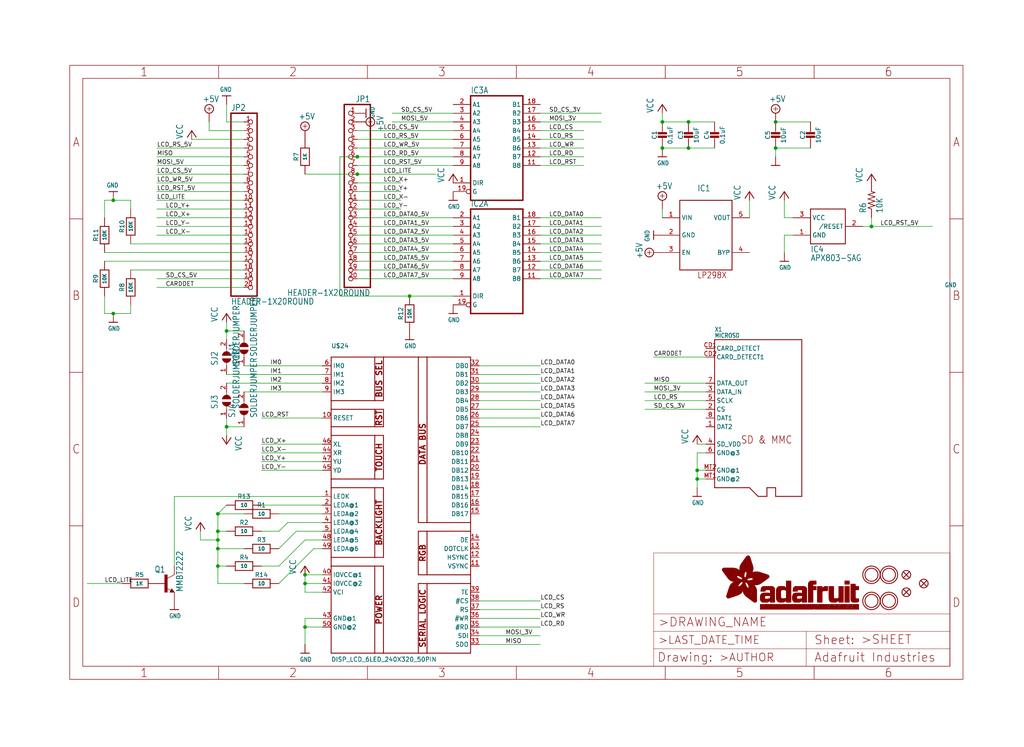
<source format=kicad_sch>
(kicad_sch (version 20211123) (generator eeschema)
  (paper "User" 298.45 217.881)
  (lib_symbols
    (symbol "eagleSchem-eagle-import:+5V" (power)
      (property "Value" "+5V" (at -1.905 3.175 0))
      (symbol "+5V_1_0"
        (pin power_in line (at 0 -2.54 90) (length 2.54) (name "+5V") (number "1"))
      )
    )
    (symbol "eagleSchem-eagle-import:-NPN-SOT23-BEC"
      (property "Reference" "T" (at -10.16 7.62 0))
      (property "Value" "-NPN-SOT23-BEC" (at -10.16 5.08 0))
      (symbol "-NPN-SOT23-BEC_1_0"
        (pin passive line (at -2.54 0 0) (length 2.54) (name "B") (number "B"))
        (pin passive line (at 2.54 5.08 270) (length 2.54) (name "C") (number "C"))
        (pin passive line (at 2.54 -5.08 90) (length 2.54) (name "E") (number "E"))
      )
    )
    (symbol "eagleSchem-eagle-import:74245DW"
      (property "Reference" "IC" (at -0.635 -0.635 0))
      (symbol "74245DW_1_0"
        (pin input line (at -12.7 -10.16 0) (length 5.08) (name "DIR") (number "1"))
        (pin bidirectional line (at 12.7 -5.08 180) (length 5.08) (name "B8") (number "11"))
        (pin bidirectional line (at 12.7 -2.54 180) (length 5.08) (name "B7") (number "12"))
        (pin bidirectional line (at 12.7 0 180) (length 5.08) (name "B6") (number "13"))
        (pin bidirectional line (at 12.7 2.54 180) (length 5.08) (name "B5") (number "14"))
        (pin bidirectional line (at 12.7 5.08 180) (length 5.08) (name "B4") (number "15"))
        (pin bidirectional line (at 12.7 7.62 180) (length 5.08) (name "B3") (number "16"))
        (pin bidirectional line (at 12.7 10.16 180) (length 5.08) (name "B2") (number "17"))
        (pin bidirectional line (at 12.7 12.7 180) (length 5.08) (name "B1") (number "18"))
        (pin input inverted (at -12.7 -12.7 0) (length 5.08) (name "G") (number "19"))
        (pin bidirectional line (at -12.7 12.7 0) (length 5.08) (name "A1") (number "2"))
        (pin bidirectional line (at -12.7 10.16 0) (length 5.08) (name "A2") (number "3"))
        (pin bidirectional line (at -12.7 7.62 0) (length 5.08) (name "A3") (number "4"))
        (pin bidirectional line (at -12.7 5.08 0) (length 5.08) (name "A4") (number "5"))
        (pin bidirectional line (at -12.7 2.54 0) (length 5.08) (name "A5") (number "6"))
        (pin bidirectional line (at -12.7 0 0) (length 5.08) (name "A6") (number "7"))
        (pin bidirectional line (at -12.7 -2.54 0) (length 5.08) (name "A7") (number "8"))
        (pin bidirectional line (at -12.7 -5.08 0) (length 5.08) (name "A8") (number "9"))
      )
      (symbol "74245DW_2_0"
        (text "GND" (at 1.905 -5.842 900) (effects (font (size 1.27 1.0795)) (justify left bottom)))
        (text "VCC" (at 1.905 2.54 900) (effects (font (size 1.27 1.0795)) (justify left bottom)))
        (pin power_in line (at 0 -7.62 90) (length 5.08) (name "GND") (number "10"))
        (pin power_in line (at 0 7.62 270) (length 5.08) (name "VCC") (number "20"))
      )
    )
    (symbol "eagleSchem-eagle-import:AXP083-SAG"
      (property "Reference" "IC" (at -5.08 -7.62 0))
      (property "Value" "AXP083-SAG" (at -5.08 -10.16 0))
      (symbol "AXP083-SAG_1_0"
        (pin power_in line (at -10.16 -2.54 0) (length 5.08) (name "GND") (number "1"))
        (pin output line (at 10.16 0 180) (length 5.08) (name "/RESET") (number "2"))
        (pin power_in line (at -10.16 2.54 0) (length 5.08) (name "VCC") (number "3"))
      )
    )
    (symbol "eagleSchem-eagle-import:CAP_CERAMIC0805-NOOUTLINE"
      (property "Reference" "C" (at -2.29 1.25 90))
      (property "Value" "CAP_CERAMIC0805-NOOUTLINE" (at 2.3 1.25 90))
      (symbol "CAP_CERAMIC0805-NOOUTLINE_1_0"
        (pin passive line (at 0 5.08 270) (length 2.54) (name "1") (number "1"))
        (pin passive line (at 0 -2.54 90) (length 2.54) (name "2") (number "2"))
      )
    )
    (symbol "eagleSchem-eagle-import:DISP_LCD_6LED_240X320_50PIN"
      (property "Value" "DISP_LCD_6LED_240X320_50PIN" (at -20.32 -48.26 0))
      (symbol "DISP_LCD_6LED_240X320_50PIN_1_0"
        (text "BACKLIGHT" (at -6.35 -7.62 900) (effects (font (size 1.6764 1.6764) (thickness 0.3353) bold)))
        (text "BUS SEL" (at -6.35 34.29 900) (effects (font (size 1.6764 1.6764) (thickness 0.3353) bold)))
        (text "DATA BUS" (at 6.35 15.24 900) (effects (font (size 1.6764 1.6764) (thickness 0.3353) bold)))
        (text "POWER" (at -6.35 -33.02 900) (effects (font (size 1.6764 1.6764) (thickness 0.3353) bold)))
        (text "RGB" (at 6.35 -16.51 900) (effects (font (size 1.6764 1.6764) (thickness 0.3353) bold)))
        (text "RST" (at -6.35 22.86 900) (effects (font (size 1.6764 1.6764) (thickness 0.3353) bold)))
        (text "SERIAL LOGIC" (at 6.35 -35.56 900) (effects (font (size 1.6764 1.6764) (thickness 0.3353) bold)))
        (text "TOUCH" (at -6.35 11.43 900) (effects (font (size 1.6764 1.6764) (thickness 0.3353) bold)))
        (pin bidirectional line (at -22.86 0 0) (length 2.54) (name "LEDK") (number "1"))
        (pin bidirectional line (at -22.86 22.86 0) (length 2.54) (name "RESET") (number "10"))
        (pin bidirectional line (at 22.86 -20.32 180) (length 2.54) (name "VSYNC") (number "11"))
        (pin bidirectional line (at 22.86 -17.78 180) (length 2.54) (name "HSYNC") (number "12"))
        (pin bidirectional line (at 22.86 -15.24 180) (length 2.54) (name "DOTCLK") (number "13"))
        (pin bidirectional line (at 22.86 -12.7 180) (length 2.54) (name "DE") (number "14"))
        (pin bidirectional line (at 22.86 -5.08 180) (length 2.54) (name "DB17") (number "15"))
        (pin bidirectional line (at 22.86 -2.54 180) (length 2.54) (name "DB16") (number "16"))
        (pin bidirectional line (at 22.86 0 180) (length 2.54) (name "DB15") (number "17"))
        (pin bidirectional line (at 22.86 2.54 180) (length 2.54) (name "DB14") (number "18"))
        (pin bidirectional line (at 22.86 5.08 180) (length 2.54) (name "DB13") (number "19"))
        (pin bidirectional line (at -22.86 -2.54 0) (length 2.54) (name "LEDA@1") (number "2"))
        (pin bidirectional line (at 22.86 7.62 180) (length 2.54) (name "DB12") (number "20"))
        (pin bidirectional line (at 22.86 10.16 180) (length 2.54) (name "DB11") (number "21"))
        (pin bidirectional line (at 22.86 12.7 180) (length 2.54) (name "DB10") (number "22"))
        (pin bidirectional line (at 22.86 15.24 180) (length 2.54) (name "DB9") (number "23"))
        (pin bidirectional line (at 22.86 17.78 180) (length 2.54) (name "DB8") (number "24"))
        (pin bidirectional line (at 22.86 20.32 180) (length 2.54) (name "DB7") (number "25"))
        (pin bidirectional line (at 22.86 22.86 180) (length 2.54) (name "DB6") (number "26"))
        (pin bidirectional line (at 22.86 25.4 180) (length 2.54) (name "DB5") (number "27"))
        (pin bidirectional line (at 22.86 27.94 180) (length 2.54) (name "DB4") (number "28"))
        (pin bidirectional line (at 22.86 30.48 180) (length 2.54) (name "DB3") (number "29"))
        (pin bidirectional line (at -22.86 -5.08 0) (length 2.54) (name "LEDA@2") (number "3"))
        (pin bidirectional line (at 22.86 33.02 180) (length 2.54) (name "DB2") (number "30"))
        (pin bidirectional line (at 22.86 35.56 180) (length 2.54) (name "DB1") (number "31"))
        (pin bidirectional line (at 22.86 38.1 180) (length 2.54) (name "DB0") (number "32"))
        (pin bidirectional line (at 22.86 -43.18 180) (length 2.54) (name "SDO") (number "33"))
        (pin bidirectional line (at 22.86 -40.64 180) (length 2.54) (name "SDI") (number "34"))
        (pin bidirectional line (at 22.86 -38.1 180) (length 2.54) (name "#RD") (number "35"))
        (pin bidirectional line (at 22.86 -35.56 180) (length 2.54) (name "#WR") (number "36"))
        (pin bidirectional line (at 22.86 -33.02 180) (length 2.54) (name "RS") (number "37"))
        (pin bidirectional line (at 22.86 -30.48 180) (length 2.54) (name "#CS") (number "38"))
        (pin bidirectional line (at 22.86 -27.94 180) (length 2.54) (name "TE") (number "39"))
        (pin bidirectional line (at -22.86 -7.62 0) (length 2.54) (name "LEDA@3") (number "4"))
        (pin bidirectional line (at -22.86 -22.86 0) (length 2.54) (name "IOVCC@1") (number "40"))
        (pin bidirectional line (at -22.86 -25.4 0) (length 2.54) (name "IOVCC@2") (number "41"))
        (pin bidirectional line (at -22.86 -27.94 0) (length 2.54) (name "VCI") (number "42"))
        (pin bidirectional line (at -22.86 -35.56 0) (length 2.54) (name "GND@1") (number "43"))
        (pin bidirectional line (at -22.86 12.7 0) (length 2.54) (name "XR") (number "44"))
        (pin bidirectional line (at -22.86 7.62 0) (length 2.54) (name "YD") (number "45"))
        (pin bidirectional line (at -22.86 15.24 0) (length 2.54) (name "XL") (number "46"))
        (pin bidirectional line (at -22.86 10.16 0) (length 2.54) (name "YU") (number "47"))
        (pin bidirectional line (at -22.86 -12.7 0) (length 2.54) (name "LEDA@5") (number "48"))
        (pin bidirectional line (at -22.86 -15.24 0) (length 2.54) (name "LEDA@6") (number "49"))
        (pin bidirectional line (at -22.86 -10.16 0) (length 2.54) (name "LEDA@4") (number "5"))
        (pin bidirectional line (at -22.86 -38.1 0) (length 2.54) (name "GND@2") (number "50"))
        (pin bidirectional line (at -22.86 38.1 0) (length 2.54) (name "IM0") (number "6"))
        (pin bidirectional line (at -22.86 35.56 0) (length 2.54) (name "IM1") (number "7"))
        (pin bidirectional line (at -22.86 33.02 0) (length 2.54) (name "IM2") (number "8"))
        (pin bidirectional line (at -22.86 30.48 0) (length 2.54) (name "IM3") (number "9"))
      )
    )
    (symbol "eagleSchem-eagle-import:FIDUCIAL{dblquote}{dblquote}")
    (symbol "eagleSchem-eagle-import:FRAME_A4_ADAFRUIT"
      (symbol "FRAME_A4_ADAFRUIT_0_0"
        (text "1" (at 21.6958 1.905 0) (effects (font (size 2.54 2.286))))
        (text "1" (at 21.6958 177.165 0) (effects (font (size 2.54 2.286))))
        (text "2" (at 65.0875 1.905 0) (effects (font (size 2.54 2.286))))
        (text "2" (at 65.0875 177.165 0) (effects (font (size 2.54 2.286))))
        (text "3" (at 108.4792 1.905 0) (effects (font (size 2.54 2.286))))
        (text "3" (at 108.4792 177.165 0) (effects (font (size 2.54 2.286))))
        (text "4" (at 151.8708 1.905 0) (effects (font (size 2.54 2.286))))
        (text "4" (at 151.8708 177.165 0) (effects (font (size 2.54 2.286))))
        (text "5" (at 195.2625 1.905 0) (effects (font (size 2.54 2.286))))
        (text "5" (at 195.2625 177.165 0) (effects (font (size 2.54 2.286))))
        (text "6" (at 238.6542 1.905 0) (effects (font (size 2.54 2.286))))
        (text "6" (at 238.6542 177.165 0) (effects (font (size 2.54 2.286))))
        (text "A" (at 1.905 156.6863 0) (effects (font (size 2.54 2.286))))
        (text "A" (at 258.445 156.6863 0) (effects (font (size 2.54 2.286))))
        (text "B" (at 1.905 111.9188 0) (effects (font (size 2.54 2.286))))
        (text "B" (at 258.445 111.9188 0) (effects (font (size 2.54 2.286))))
        (text "C" (at 1.905 67.1513 0) (effects (font (size 2.54 2.286))))
        (text "C" (at 258.445 67.1513 0) (effects (font (size 2.54 2.286))))
        (text "D" (at 1.905 22.3838 0) (effects (font (size 2.54 2.286))))
        (text "D" (at 258.445 22.3838 0) (effects (font (size 2.54 2.286))))
      )
      (symbol "FRAME_A4_ADAFRUIT_1_0"
        (text ">AUTHOR" (at 189.23 5.08 0) (effects (font (size 2.286 2.286)) (justify left bottom)))
        (text ">DRAWING_NAME" (at 171.45 15.24 0) (effects (font (size 2.54 2.54)) (justify left bottom)))
        (text ">LAST_DATE_TIME" (at 171.45 10.16 0) (effects (font (size 2.286 2.286)) (justify left bottom)))
        (text ">SHEET" (at 230.505 10.16 0) (effects (font (size 2.54 2.54)) (justify left bottom)))
        (text "Adafruit Industries" (at 216.916 4.953 0) (effects (font (size 2.54 2.54)) (justify left bottom)))
        (text "Drawing:" (at 171.196 4.953 0) (effects (font (size 2.54 2.54)) (justify left bottom)))
        (text "Sheet:" (at 216.916 10.033 0) (effects (font (size 2.54 2.54)) (justify left bottom)))
      )
    )
    (symbol "eagleSchem-eagle-import:GND" (power)
      (property "Value" "GND" (at -1.524 -2.54 0))
      (symbol "GND_1_0"
        (pin power_in line (at 0 2.54 270) (length 2.54) (name "GND") (number "1"))
      )
    )
    (symbol "eagleSchem-eagle-import:HEADER-1X20ROUND"
      (property "Reference" "JP" (at -6.35 26.035 0))
      (property "Value" "HEADER-1X20ROUND" (at -6.35 -30.48 0))
      (symbol "HEADER-1X20ROUND_1_0"
        (pin passive inverted (at -2.54 22.86 0) (length 2.54) (name "1") (number "1"))
        (pin passive inverted (at -2.54 0 0) (length 2.54) (name "10") (number "10"))
        (pin passive inverted (at -2.54 -2.54 0) (length 2.54) (name "11") (number "11"))
        (pin passive inverted (at -2.54 -5.08 0) (length 2.54) (name "12") (number "12"))
        (pin passive inverted (at -2.54 -7.62 0) (length 2.54) (name "13") (number "13"))
        (pin passive inverted (at -2.54 -10.16 0) (length 2.54) (name "14") (number "14"))
        (pin passive inverted (at -2.54 -12.7 0) (length 2.54) (name "15") (number "15"))
        (pin passive inverted (at -2.54 -15.24 0) (length 2.54) (name "16") (number "16"))
        (pin passive inverted (at -2.54 -17.78 0) (length 2.54) (name "17") (number "17"))
        (pin passive inverted (at -2.54 -20.32 0) (length 2.54) (name "18") (number "18"))
        (pin passive inverted (at -2.54 -22.86 0) (length 2.54) (name "19") (number "19"))
        (pin passive inverted (at -2.54 20.32 0) (length 2.54) (name "2") (number "2"))
        (pin passive inverted (at -2.54 -25.4 0) (length 2.54) (name "20") (number "20"))
        (pin passive inverted (at -2.54 17.78 0) (length 2.54) (name "3") (number "3"))
        (pin passive inverted (at -2.54 15.24 0) (length 2.54) (name "4") (number "4"))
        (pin passive inverted (at -2.54 12.7 0) (length 2.54) (name "5") (number "5"))
        (pin passive inverted (at -2.54 10.16 0) (length 2.54) (name "6") (number "6"))
        (pin passive inverted (at -2.54 7.62 0) (length 2.54) (name "7") (number "7"))
        (pin passive inverted (at -2.54 5.08 0) (length 2.54) (name "8") (number "8"))
        (pin passive inverted (at -2.54 2.54 0) (length 2.54) (name "9") (number "9"))
      )
    )
    (symbol "eagleSchem-eagle-import:LP298XS"
      (property "Reference" "IC" (at -12.7 -5.08 90))
      (symbol "LP298XS_1_0"
        (text "LP298X" (at 12.7 -5.08 900) (effects (font (size 1.778 1.5113)) (justify left bottom)))
        (pin bidirectional line (at -5.08 -15.24 90) (length 5.08) (name "VIN") (number "1"))
        (pin bidirectional line (at 0 -15.24 90) (length 5.08) (name "GND") (number "2"))
        (pin bidirectional line (at 5.08 -15.24 90) (length 5.08) (name "EN") (number "3"))
        (pin bidirectional line (at 5.08 10.16 270) (length 5.08) (name "BYP") (number "4"))
        (pin bidirectional line (at -5.08 10.16 270) (length 5.08) (name "VOUT") (number "5"))
      )
    )
    (symbol "eagleSchem-eagle-import:MICROSD"
      (property "Reference" "X" (at -12.7 22.606 0))
      (property "Value" "MICROSD" (at -12.7 20.828 0))
      (symbol "MICROSD_1_0"
        (text "SD & MMC" (at -5.08 -10.16 0) (effects (font (size 2.1844 1.8567)) (justify left bottom)))
        (pin bidirectional line (at -15.24 -5.08 0) (length 2.54) (name "DAT2") (number "1"))
        (pin input line (at -15.24 0 0) (length 2.54) (name "CS") (number "2"))
        (pin input line (at -15.24 5.08 0) (length 2.54) (name "DATA_IN") (number "3"))
        (pin power_in line (at -15.24 -10.16 0) (length 2.54) (name "SD_VDD") (number "4"))
        (pin input line (at -15.24 2.54 0) (length 2.54) (name "SCLK") (number "5"))
        (pin power_in line (at -15.24 -12.7 0) (length 2.54) (name "GND@3") (number "6"))
        (pin output line (at -15.24 7.62 0) (length 2.54) (name "DATA_OUT") (number "7"))
        (pin bidirectional line (at -15.24 -2.54 0) (length 2.54) (name "DAT1") (number "8"))
        (pin passive line (at -15.24 17.78 0) (length 2.54) (name "CARD_DETECT") (number "CD1"))
        (pin passive line (at -15.24 15.24 0) (length 2.54) (name "CARD_DETECT1") (number "CD2"))
        (pin power_in line (at -15.24 -20.32 0) (length 2.54) (name "GND@2") (number "MT1"))
        (pin power_in line (at -15.24 -17.78 0) (length 2.54) (name "GND@1") (number "MT2"))
      )
    )
    (symbol "eagleSchem-eagle-import:MOUNTINGHOLE3.0THIN")
    (symbol "eagleSchem-eagle-import:R-US_R0805"
      (property "Reference" "R" (at -3.81 1.4986 0))
      (property "Value" "R-US_R0805" (at -3.81 -3.302 0))
      (symbol "R-US_R0805_1_0"
        (pin passive line (at -5.08 0 0) (length 2.54) (name "1") (number "1"))
        (pin passive line (at 5.08 0 180) (length 2.54) (name "2") (number "2"))
      )
    )
    (symbol "eagleSchem-eagle-import:RESISTOR0805_NOOUTLINE"
      (property "Reference" "R" (at 0 2.54 0))
      (property "Value" "RESISTOR0805_NOOUTLINE" (at 0 0 0))
      (symbol "RESISTOR0805_NOOUTLINE_1_0"
        (pin passive line (at -5.08 0 0) (length 2.54) (name "1") (number "1"))
        (pin passive line (at 5.08 0 180) (length 2.54) (name "2") (number "2"))
      )
    )
    (symbol "eagleSchem-eagle-import:SOLDERJUMPER"
      (property "Reference" "SJ" (at -2.54 2.54 0))
      (property "Value" "SOLDERJUMPER" (at -2.54 -3.81 0))
      (symbol "SOLDERJUMPER_1_0"
        (pin passive line (at -5.08 0 0) (length 2.54) (name "1") (number "1"))
        (pin passive line (at 5.08 0 180) (length 2.54) (name "2") (number "2"))
      )
    )
    (symbol "eagleSchem-eagle-import:VCC" (power)
      (property "Value" "VCC" (at -2.54 -2.54 90))
      (symbol "VCC_1_0"
        (pin power_in line (at 0 -2.54 90) (length 2.54) (name "VCC") (number "1"))
      )
    )
  )
  (junction (at 63.5 149.86))
  (junction (at 63.5 165.1))
  (junction (at 88.9 170.18))
  (junction (at 66.04 96.52))
  (junction (at 200.66 35.56))
  (junction (at 226.06 35.56))
  (junction (at 193.04 35.56))
  (junction (at 200.66 43.18))
  (junction (at 63.5 154.94))
  (junction (at 104.14 50.8))
  (junction (at 226.06 43.18))
  (junction (at 33.02 58.42))
  (junction (at 193.04 43.18))
  (junction (at 88.9 167.64))
  (junction (at 203.2 139.7))
  (junction (at 203.2 137.16))
  (junction (at 254 66.04))
  (junction (at 63.5 157.48))
  (junction (at 66.04 124.46))
  (junction (at 33.02 91.44))
  (junction (at 88.9 182.88))
  (junction (at 104.14 45.72))
  (junction (at 119.38 86.36))
  (junction (at 63.5 160.02))
  (wire (pts (xy 66.04 127) (xy 66.04 124.46)))
  (wire (pts (xy 71.12 124.46) (xy 66.04 124.46)))
  (wire (pts (xy 66.04 93.98) (xy 66.04 96.52)))
  (wire (pts (xy 91.44 160.02) (xy 93.98 160.02)))
  (wire (pts (xy 132.08 63.5) (xy 104.14 63.5)))
  (wire (pts (xy 76.2 147.32) (xy 93.98 147.32)))
  (wire (pts (xy 63.5 154.94) (xy 63.5 149.86)))
  (wire (pts (xy 104.14 60.96) (xy 116.84 60.96)))
  (wire (pts (xy 208.28 43.18) (xy 200.66 43.18)))
  (wire (pts (xy 88.9 170.18) (xy 93.98 170.18)))
  (wire (pts (xy 104.14 45.72) (xy 99.06 45.72)))
  (wire (pts (xy 71.12 38.1) (xy 60.96 38.1)))
  (wire (pts (xy 71.12 63.5) (xy 45.72 63.5)))
  (wire (pts (xy 203.2 137.16) (xy 205.74 137.16)))
  (wire (pts (xy 58.42 154.94) (xy 58.42 157.48)))
  (wire (pts (xy 81.28 154.94) (xy 83.82 152.4)))
  (wire (pts (xy 81.28 160.02) (xy 86.36 154.94)))
  (wire (pts (xy 76.2 121.92) (xy 93.98 121.92)))
  (wire (pts (xy 63.5 160.02) (xy 63.5 157.48)))
  (wire (pts (xy 45.72 50.8) (xy 71.12 50.8)))
  (wire (pts (xy 45.72 55.88) (xy 71.12 55.88)))
  (wire (pts (xy 93.98 132.08) (xy 76.2 132.08)))
  (wire (pts (xy 45.72 45.72) (xy 71.12 45.72)))
  (wire (pts (xy 203.2 139.7) (xy 203.2 137.16)))
  (wire (pts (xy 175.26 81.28) (xy 157.48 81.28)))
  (wire (pts (xy 55.88 40.64) (xy 71.12 40.64)))
  (wire (pts (xy 203.2 132.08) (xy 203.2 137.16)))
  (wire (pts (xy 157.48 40.64) (xy 170.18 40.64)))
  (wire (pts (xy 63.5 165.1) (xy 63.5 160.02)))
  (wire (pts (xy 175.26 73.66) (xy 157.48 73.66)))
  (wire (pts (xy 187.96 119.38) (xy 205.74 119.38)))
  (wire (pts (xy 30.48 73.66) (xy 71.12 73.66)))
  (wire (pts (xy 157.48 33.02) (xy 175.26 33.02)))
  (wire (pts (xy 200.66 35.56) (xy 208.28 35.56)))
  (wire (pts (xy 30.48 86.36) (xy 30.48 91.44)))
  (wire (pts (xy 83.82 152.4) (xy 93.98 152.4)))
  (wire (pts (xy 71.12 78.74) (xy 38.1 78.74)))
  (wire (pts (xy 139.7 185.42) (xy 157.48 185.42)))
  (wire (pts (xy 93.98 180.34) (xy 88.9 180.34)))
  (wire (pts (xy 35.56 170.18) (xy 25.4 170.18)))
  (wire (pts (xy 93.98 182.88) (xy 88.9 182.88)))
  (wire (pts (xy 38.1 91.44) (xy 38.1 88.9)))
  (wire (pts (xy 104.14 50.8) (xy 127 50.8)))
  (wire (pts (xy 38.1 60.96) (xy 38.1 58.42)))
  (wire (pts (xy 66.04 35.56) (xy 66.04 30.48)))
  (wire (pts (xy 71.12 66.04) (xy 45.72 66.04)))
  (wire (pts (xy 157.48 48.26) (xy 170.18 48.26)))
  (wire (pts (xy 139.7 182.88) (xy 157.48 182.88)))
  (wire (pts (xy 104.14 38.1) (xy 132.08 38.1)))
  (wire (pts (xy 66.04 96.52) (xy 71.12 96.52)))
  (wire (pts (xy 157.48 38.1) (xy 170.18 38.1)))
  (wire (pts (xy 33.02 91.44) (xy 38.1 91.44)))
  (wire (pts (xy 104.14 40.64) (xy 132.08 40.64)))
  (wire (pts (xy 81.28 170.18) (xy 91.44 160.02)))
  (wire (pts (xy 175.26 78.74) (xy 157.48 78.74)))
  (wire (pts (xy 104.14 43.18) (xy 132.08 43.18)))
  (wire (pts (xy 88.9 167.64) (xy 88.9 170.18)))
  (wire (pts (xy 139.7 180.34) (xy 157.48 180.34)))
  (wire (pts (xy 58.42 157.48) (xy 63.5 157.48)))
  (wire (pts (xy 132.08 86.36) (xy 119.38 86.36)))
  (wire (pts (xy 88.9 157.48) (xy 93.98 157.48)))
  (wire (pts (xy 71.12 48.26) (xy 45.72 48.26)))
  (wire (pts (xy 88.9 182.88) (xy 88.9 187.96)))
  (wire (pts (xy 205.74 139.7) (xy 203.2 139.7)))
  (wire (pts (xy 139.7 121.92) (xy 157.48 121.92)))
  (wire (pts (xy 30.48 91.44) (xy 33.02 91.44)))
  (wire (pts (xy 175.26 68.58) (xy 157.48 68.58)))
  (wire (pts (xy 30.48 58.42) (xy 30.48 63.5)))
  (wire (pts (xy 228.6 68.58) (xy 231.14 68.58)))
  (wire (pts (xy 175.26 76.2) (xy 157.48 76.2)))
  (wire (pts (xy 139.7 175.26) (xy 157.48 175.26)))
  (wire (pts (xy 226.06 43.18) (xy 236.22 43.18)))
  (wire (pts (xy 104.14 55.88) (xy 116.84 55.88)))
  (wire (pts (xy 63.5 160.02) (xy 71.12 160.02)))
  (wire (pts (xy 132.08 73.66) (xy 104.14 73.66)))
  (wire (pts (xy 139.7 106.68) (xy 157.48 106.68)))
  (wire (pts (xy 104.14 58.42) (xy 116.84 58.42)))
  (wire (pts (xy 114.3 33.02) (xy 132.08 33.02)))
  (wire (pts (xy 45.72 43.18) (xy 71.12 43.18)))
  (wire (pts (xy 228.6 63.5) (xy 228.6 58.42)))
  (wire (pts (xy 226.06 35.56) (xy 236.22 35.56)))
  (wire (pts (xy 99.06 86.36) (xy 99.06 45.72)))
  (wire (pts (xy 205.74 114.3) (xy 187.96 114.3)))
  (wire (pts (xy 132.08 71.12) (xy 104.14 71.12)))
  (wire (pts (xy 200.66 35.56) (xy 193.04 35.56)))
  (wire (pts (xy 139.7 116.84) (xy 157.48 116.84)))
  (wire (pts (xy 139.7 114.3) (xy 157.48 114.3)))
  (wire (pts (xy 175.26 71.12) (xy 157.48 71.12)))
  (wire (pts (xy 93.98 129.54) (xy 76.2 129.54)))
  (wire (pts (xy 104.14 50.8) (xy 88.9 50.8)))
  (wire (pts (xy 132.08 78.74) (xy 104.14 78.74)))
  (wire (pts (xy 71.12 83.82) (xy 45.72 83.82)))
  (wire (pts (xy 132.08 66.04) (xy 104.14 66.04)))
  (wire (pts (xy 66.04 109.22) (xy 93.98 109.22)))
  (wire (pts (xy 228.6 73.66) (xy 228.6 68.58)))
  (wire (pts (xy 254 63.5) (xy 254 66.04)))
  (wire (pts (xy 139.7 111.76) (xy 157.48 111.76)))
  (wire (pts (xy 104.14 48.26) (xy 132.08 48.26)))
  (wire (pts (xy 157.48 35.56) (xy 175.26 35.56)))
  (wire (pts (xy 76.2 165.1) (xy 81.28 165.1)))
  (wire (pts (xy 33.02 58.42) (xy 30.48 58.42)))
  (wire (pts (xy 86.36 154.94) (xy 93.98 154.94)))
  (wire (pts (xy 139.7 177.8) (xy 157.48 177.8)))
  (wire (pts (xy 66.04 99.06) (xy 66.04 96.52)))
  (wire (pts (xy 71.12 60.96) (xy 45.72 60.96)))
  (wire (pts (xy 205.74 104.14) (xy 190.5 104.14)))
  (wire (pts (xy 93.98 106.68) (xy 71.12 106.68)))
  (wire (pts (xy 251.46 66.04) (xy 254 66.04)))
  (wire (pts (xy 205.74 129.54) (xy 203.2 129.54)))
  (wire (pts (xy 38.1 71.12) (xy 71.12 71.12)))
  (wire (pts (xy 175.26 66.04) (xy 157.48 66.04)))
  (wire (pts (xy 193.04 43.18) (xy 200.66 43.18)))
  (wire (pts (xy 205.74 116.84) (xy 187.96 116.84)))
  (wire (pts (xy 88.9 172.72) (xy 88.9 170.18)))
  (wire (pts (xy 193.04 33.02) (xy 193.04 35.56)))
  (wire (pts (xy 132.08 81.28) (xy 104.14 81.28)))
  (wire (pts (xy 63.5 149.86) (xy 71.12 149.86)))
  (wire (pts (xy 50.8 165.1) (xy 50.8 144.78)))
  (wire (pts (xy 231.14 63.5) (xy 228.6 63.5)))
  (wire (pts (xy 60.96 38.1) (xy 60.96 35.56)))
  (wire (pts (xy 66.04 124.46) (xy 66.04 121.92)))
  (wire (pts (xy 93.98 172.72) (xy 88.9 172.72)))
  (wire (pts (xy 254 66.04) (xy 271.78 66.04)))
  (wire (pts (xy 132.08 68.58) (xy 104.14 68.58)))
  (wire (pts (xy 104.14 53.34) (xy 116.84 53.34)))
  (wire (pts (xy 139.7 187.96) (xy 157.48 187.96)))
  (wire (pts (xy 38.1 58.42) (xy 33.02 58.42)))
  (wire (pts (xy 76.2 154.94) (xy 81.28 154.94)))
  (wire (pts (xy 71.12 35.56) (xy 66.04 35.56)))
  (wire (pts (xy 63.5 170.18) (xy 71.12 170.18)))
  (wire (pts (xy 187.96 111.76) (xy 205.74 111.76)))
  (wire (pts (xy 157.48 45.72) (xy 170.18 45.72)))
  (wire (pts (xy 104.14 45.72) (xy 132.08 45.72)))
  (wire (pts (xy 203.2 139.7) (xy 203.2 142.24)))
  (wire (pts (xy 193.04 60.96) (xy 193.04 63.5)))
  (wire (pts (xy 93.98 114.3) (xy 71.12 114.3)))
  (wire (pts (xy 45.72 53.34) (xy 71.12 53.34)))
  (wire (pts (xy 157.48 43.18) (xy 170.18 43.18)))
  (wire (pts (xy 132.08 35.56) (xy 114.3 35.56)))
  (wire (pts (xy 119.38 86.36) (xy 99.06 86.36)))
  (wire (pts (xy 132.08 76.2) (xy 104.14 76.2)))
  (wire (pts (xy 218.44 58.42) (xy 218.44 63.5)))
  (wire (pts (xy 93.98 167.64) (xy 88.9 167.64)))
  (wire (pts (xy 66.04 165.1) (xy 63.5 165.1)))
  (wire (pts (xy 71.12 58.42) (xy 45.72 58.42)))
  (wire (pts (xy 66.04 147.32) (xy 63.5 149.86)))
  (wire (pts (xy 175.26 63.5) (xy 157.48 63.5)))
  (wire (pts (xy 139.7 124.46) (xy 157.48 124.46)))
  (wire (pts (xy 63.5 165.1) (xy 63.5 170.18)))
  (wire (pts (xy 139.7 109.22) (xy 157.48 109.22)))
  (wire (pts (xy 81.28 149.86) (xy 93.98 149.86)))
  (wire (pts (xy 226.06 45.72) (xy 226.06 43.18)))
  (wire (pts (xy 63.5 157.48) (xy 63.5 154.94)))
  (wire (pts (xy 30.48 76.2) (xy 71.12 76.2)))
  (wire (pts (xy 71.12 68.58) (xy 45.72 68.58)))
  (wire (pts (xy 50.8 144.78) (xy 93.98 144.78)))
  (wire (pts (xy 88.9 180.34) (xy 88.9 182.88)))
  (wire (pts (xy 139.7 119.38) (xy 157.48 119.38)))
  (wire (pts (xy 93.98 111.76) (xy 66.04 111.76)))
  (wire (pts (xy 93.98 134.62) (xy 76.2 134.62)))
  (wire (pts (xy 66.04 154.94) (xy 63.5 154.94)))
  (wire (pts (xy 81.28 165.1) (xy 88.9 157.48)))
  (wire (pts (xy 93.98 137.16) (xy 76.2 137.16)))
  (wire (pts (xy 205.74 132.08) (xy 203.2 132.08)))
  (wire (pts (xy 45.72 81.28) (xy 71.12 81.28)))
  (label "LCD_Y-" (at 111.76 60.96 0) (effects (font (size 1.2446 1.2446))))
  (label "LCD_LITE" (at 45.72 58.42 0) (effects (font (size 1.2446 1.2446))))
  (label "LCD_RST" (at 160.02 48.26 0) (effects (font (size 1.2446 1.2446))))
  (label "LCD_DATA2" (at 160.02 68.58 0) (effects (font (size 1.2446 1.2446))))
  (label "LCD_LITE" (at 30.48 170.18 0) (effects (font (size 1.2446 1.2446))))
  (label "LCD_Y+" (at 48.26 60.96 0) (effects (font (size 1.2446 1.2446))))
  (label "LCD_RD_5V" (at 111.76 45.72 0) (effects (font (size 1.2446 1.2446))))
  (label "LCD_RD" (at 157.48 182.88 0) (effects (font (size 1.2446 1.2446))))
  (label "LCD_CS" (at 157.48 175.26 0) (effects (font (size 1.2446 1.2446))))
  (label "LCD_RST_5V" (at 45.72 55.88 0) (effects (font (size 1.2446 1.2446))))
  (label "MOSI_3V" (at 190.5 114.3 0) (effects (font (size 1.2446 1.2446))))
  (label "IM1" (at 78.74 109.22 0) (effects (font (size 1.2446 1.2446))))
  (label "MOSI_3V" (at 160.02 35.56 0) (effects (font (size 1.2446 1.2446))))
  (label "LCD_DATA2" (at 157.48 111.76 0) (effects (font (size 1.2446 1.2446))))
  (label "LCD_RS_5V" (at 111.76 40.64 0) (effects (font (size 1.2446 1.2446))))
  (label "LCD_X-" (at 111.76 58.42 0) (effects (font (size 1.2446 1.2446))))
  (label "LCD_X-" (at 76.2 132.08 0) (effects (font (size 1.2446 1.2446))))
  (label "LCD_RST" (at 76.2 121.92 0) (effects (font (size 1.2446 1.2446))))
  (label "LCD_Y+" (at 111.76 55.88 0) (effects (font (size 1.2446 1.2446))))
  (label "MOSI_5V" (at 45.72 48.26 0) (effects (font (size 1.2446 1.2446))))
  (label "LCD_DATA3" (at 157.48 114.3 0) (effects (font (size 1.2446 1.2446))))
  (label "LCD_CS_5V" (at 111.76 38.1 0) (effects (font (size 1.2446 1.2446))))
  (label "SD_CS_5V" (at 48.26 81.28 0) (effects (font (size 1.2446 1.2446))))
  (label "LCD_DATA5_5V" (at 111.76 76.2 0) (effects (font (size 1.2446 1.2446))))
  (label "SD_CS_3V" (at 160.02 33.02 0) (effects (font (size 1.2446 1.2446))))
  (label "LCD_WR" (at 160.02 43.18 0) (effects (font (size 1.2446 1.2446))))
  (label "LCD_RS_5V" (at 45.72 43.18 0) (effects (font (size 1.2446 1.2446))))
  (label "IM3" (at 78.74 114.3 0) (effects (font (size 1.2446 1.2446))))
  (label "LCD_DATA6_5V" (at 111.76 78.74 0) (effects (font (size 1.2446 1.2446))))
  (label "LCD_LITE" (at 111.76 50.8 0) (effects (font (size 1.2446 1.2446))))
  (label "LCD_WR" (at 157.48 180.34 0) (effects (font (size 1.2446 1.2446))))
  (label "LCD_X+" (at 76.2 129.54 0) (effects (font (size 1.2446 1.2446))))
  (label "IM0" (at 78.74 106.68 0) (effects (font (size 1.2446 1.2446))))
  (label "LCD_RST_5V" (at 111.76 48.26 0) (effects (font (size 1.2446 1.2446))))
  (label "MISO" (at 190.5 111.76 0) (effects (font (size 1.2446 1.2446))))
  (label "LCD_CS_5V" (at 45.72 50.8 0) (effects (font (size 1.2446 1.2446))))
  (label "MOSI_3V" (at 147.32 185.42 0) (effects (font (size 1.2446 1.2446))))
  (label "LCD_X+" (at 48.26 63.5 0) (effects (font (size 1.2446 1.2446))))
  (label "LCD_CS" (at 160.02 38.1 0) (effects (font (size 1.2446 1.2446))))
  (label "LCD_RST_5V" (at 256.54 66.04 0) (effects (font (size 1.2446 1.2446))))
  (label "LCD_DATA0" (at 160.02 63.5 0) (effects (font (size 1.2446 1.2446))))
  (label "LCD_DATA3" (at 160.02 71.12 0) (effects (font (size 1.2446 1.2446))))
  (label "LCD_DATA1_5V" (at 111.76 66.04 0) (effects (font (size 1.2446 1.2446))))
  (label "MISO" (at 147.32 187.96 0) (effects (font (size 1.2446 1.2446))))
  (label "LCD_Y-" (at 48.26 66.04 0) (effects (font (size 1.2446 1.2446))))
  (label "LCD_Y+" (at 76.2 134.62 0) (effects (font (size 1.2446 1.2446))))
  (label "LCD_DATA6" (at 160.02 78.74 0) (effects (font (size 1.2446 1.2446))))
  (label "MOSI_5V" (at 116.84 35.56 0) (effects (font (size 1.2446 1.2446))))
  (label "CARDDET" (at 190.5 104.14 0) (effects (font (size 1.2446 1.2446))))
  (label "LCD_DATA0" (at 157.48 106.68 0) (effects (font (size 1.2446 1.2446))))
  (label "CARDDET" (at 48.26 83.82 0) (effects (font (size 1.2446 1.2446))))
  (label "LCD_RD" (at 160.02 45.72 0) (effects (font (size 1.2446 1.2446))))
  (label "LCD_RS" (at 160.02 40.64 0) (effects (font (size 1.2446 1.2446))))
  (label "LCD_DATA4_5V" (at 111.76 73.66 0) (effects (font (size 1.2446 1.2446))))
  (label "LCD_DATA5" (at 157.48 119.38 0) (effects (font (size 1.2446 1.2446))))
  (label "LCD_DATA7" (at 157.48 124.46 0) (effects (font (size 1.2446 1.2446))))
  (label "LCD_RS" (at 190.5 116.84 0) (effects (font (size 1.2446 1.2446))))
  (label "LCD_X+" (at 111.76 53.34 0) (effects (font (size 1.2446 1.2446))))
  (label "LCD_RS" (at 157.48 177.8 0) (effects (font (size 1.2446 1.2446))))
  (label "SD_CS_3V" (at 190.5 119.38 0) (effects (font (size 1.2446 1.2446))))
  (label "LCD_DATA0_5V" (at 111.76 63.5 0) (effects (font (size 1.2446 1.2446))))
  (label "LCD_DATA4" (at 160.02 73.66 0) (effects (font (size 1.2446 1.2446))))
  (label "IM2" (at 78.74 111.76 0) (effects (font (size 1.2446 1.2446))))
  (label "LCD_DATA1" (at 160.02 66.04 0) (effects (font (size 1.2446 1.2446))))
  (label "LCD_Y-" (at 76.2 137.16 0) (effects (font (size 1.2446 1.2446))))
  (label "MISO" (at 45.72 45.72 0) (effects (font (size 1.2446 1.2446))))
  (label "LCD_DATA6" (at 157.48 121.92 0) (effects (font (size 1.2446 1.2446))))
  (label "LCD_DATA5" (at 160.02 76.2 0) (effects (font (size 1.2446 1.2446))))
  (label "SD_CS_5V" (at 116.84 33.02 0) (effects (font (size 1.2446 1.2446))))
  (label "LCD_WR_5V" (at 111.76 43.18 0) (effects (font (size 1.2446 1.2446))))
  (label "LCD_DATA4" (at 157.48 116.84 0) (effects (font (size 1.2446 1.2446))))
  (label "LCD_DATA7" (at 160.02 81.28 0) (effects (font (size 1.2446 1.2446))))
  (label "LCD_DATA2_5V" (at 111.76 68.58 0) (effects (font (size 1.2446 1.2446))))
  (label "LCD_DATA7_5V" (at 111.76 81.28 0) (effects (font (size 1.2446 1.2446))))
  (label "LCD_WR_5V" (at 45.72 53.34 0) (effects (font (size 1.2446 1.2446))))
  (label "LCD_DATA3_5V" (at 111.76 71.12 0) (effects (font (size 1.2446 1.2446))))
  (label "LCD_DATA1" (at 157.48 109.22 0) (effects (font (size 1.2446 1.2446))))
  (label "LCD_X-" (at 48.26 68.58 0) (effects (font (size 1.2446 1.2446))))
  (symbol (lib_id "eagleSchem-eagle-import:FRAME_A4_ADAFRUIT") (at 20.32 198.12 0) (unit 1)
    (property "Reference" "#U$25" (effects hide))
    (property "Value" "FRAME_A4_ADAFRUIT" (effects hide))
    (property "Footprint" "eagleSchem:" (effects hide))
  )
  (symbol (lib_id "eagleSchem-eagle-import:RESISTOR0805_NOOUTLINE") (at 71.12 165.1 0) (unit 1)
    (property "Reference" "R4" (at 71.12 162.56 0))
    (property "Value" "10" (at 71.12 165.1 0) (effects (font (size 1.016 1.016) bold)))
    (property "Footprint" "eagleSchem:0805-NO" (effects hide))
  )
  (symbol (lib_id "eagleSchem-eagle-import:VCC") (at 88.9 165.1 0) (unit 1)
    (property "Reference" "#P+8" (effects hide))
    (property "Value" "VCC" (at 86.36 167.64 90) (effects (font (size 1.778 1.5113)) (justify left bottom)))
    (property "Footprint" "eagleSchem:" (effects hide))
  )
  (symbol (lib_id "eagleSchem-eagle-import:RESISTOR0805_NOOUTLINE") (at 76.2 170.18 0) (unit 1)
    (property "Reference" "R14" (at 76.2 167.64 0))
    (property "Value" "10" (at 76.2 170.18 0) (effects (font (size 1.016 1.016) bold)))
    (property "Footprint" "eagleSchem:0805-NO" (effects hide))
  )
  (symbol (lib_id "eagleSchem-eagle-import:+5V") (at 226.06 33.02 0) (unit 1)
    (property "Reference" "#SUPPLY5" (effects hide))
    (property "Value" "+5V" (at 224.155 29.845 0) (effects (font (size 1.778 1.5113)) (justify left bottom)))
    (property "Footprint" "eagleSchem:" (effects hide))
  )
  (symbol (lib_id "eagleSchem-eagle-import:RESISTOR0805_NOOUTLINE") (at 30.48 68.58 90) (unit 1)
    (property "Reference" "R11" (at 27.94 68.58 0))
    (property "Value" "10K" (at 30.48 68.58 0) (effects (font (size 1.016 1.016) bold)))
    (property "Footprint" "eagleSchem:0805-NO" (effects hide))
  )
  (symbol (lib_id "eagleSchem-eagle-import:RESISTOR0805_NOOUTLINE") (at 38.1 66.04 90) (unit 1)
    (property "Reference" "R10" (at 35.56 66.04 0))
    (property "Value" "10K" (at 38.1 66.04 0) (effects (font (size 1.016 1.016) bold)))
    (property "Footprint" "eagleSchem:0805-NO" (effects hide))
  )
  (symbol (lib_id "eagleSchem-eagle-import:SOLDERJUMPER") (at 66.04 116.84 90) (unit 1)
    (property "Reference" "SJ3" (at 63.5 119.38 0) (effects (font (size 1.778 1.5113)) (justify left bottom)))
    (property "Value" "SOLDERJUMPER" (at 69.85 119.38 0) (effects (font (size 1.778 1.5113)) (justify left bottom)))
    (property "Footprint" "eagleSchem:SOLDERJUMPER_ARROW_NOPASTE" (effects hide))
  )
  (symbol (lib_id "eagleSchem-eagle-import:GND") (at 132.08 58.42 0) (unit 1)
    (property "Reference" "#U$12" (effects hide))
    (property "Value" "GND" (at 130.556 60.96 0) (effects (font (size 1.27 1.0795)) (justify left bottom)))
    (property "Footprint" "eagleSchem:" (effects hide))
  )
  (symbol (lib_id "eagleSchem-eagle-import:GND") (at 50.8 177.8 0) (unit 1)
    (property "Reference" "#U$6" (effects hide))
    (property "Value" "GND" (at 49.276 180.34 0) (effects (font (size 1.27 1.0795)) (justify left bottom)))
    (property "Footprint" "eagleSchem:" (effects hide))
  )
  (symbol (lib_id "eagleSchem-eagle-import:RESISTOR0805_NOOUTLINE") (at 76.2 160.02 0) (unit 1)
    (property "Reference" "R3" (at 76.2 157.48 0))
    (property "Value" "10" (at 76.2 160.02 0) (effects (font (size 1.016 1.016) bold)))
    (property "Footprint" "eagleSchem:0805-NO" (effects hide))
  )
  (symbol (lib_id "eagleSchem-eagle-import:AXP083-SAG") (at 241.3 66.04 0) (unit 1)
    (property "Reference" "IC4" (at 236.22 73.66 0) (effects (font (size 1.778 1.5113)) (justify left bottom)))
    (property "Value" "APX803-SAG" (at 236.22 76.2 0) (effects (font (size 1.778 1.5113)) (justify left bottom)))
    (property "Footprint" "eagleSchem:SOT23" (effects hide))
  )
  (symbol (lib_id "eagleSchem-eagle-import:GND") (at 203.2 144.78 0) (unit 1)
    (property "Reference" "#U$18" (effects hide))
    (property "Value" "GND" (at 201.676 147.32 0) (effects (font (size 1.27 1.0795)) (justify left bottom)))
    (property "Footprint" "eagleSchem:" (effects hide))
  )
  (symbol (lib_id "eagleSchem-eagle-import:SOLDERJUMPER") (at 71.12 101.6 90) (unit 1)
    (property "Reference" "SJ1" (at 68.58 104.14 0) (effects (font (size 1.778 1.5113)) (justify left bottom)))
    (property "Value" "SOLDERJUMPER" (at 74.93 104.14 0) (effects (font (size 1.778 1.5113)) (justify left bottom)))
    (property "Footprint" "eagleSchem:SOLDERJUMPER_ARROW_NOPASTE" (effects hide))
  )
  (symbol (lib_id "eagleSchem-eagle-import:VCC") (at 218.44 55.88 0) (unit 1)
    (property "Reference" "#P+5" (effects hide))
    (property "Value" "VCC" (at 215.9 58.42 90) (effects (font (size 1.778 1.5113)) (justify left bottom)))
    (property "Footprint" "eagleSchem:" (effects hide))
  )
  (symbol (lib_id "eagleSchem-eagle-import:74245DW") (at 144.78 43.18 0) (unit 1)
    (property "Reference" "IC3" (at 137.16 27.305 0) (effects (font (size 1.778 1.5113)) (justify left bottom)))
    (property "Value" "74LVC245" (effects hide))
    (property "Footprint" "eagleSchem:SO20W" (effects hide))
  )
  (symbol (lib_id "eagleSchem-eagle-import:HEADER-1X20ROUND") (at 73.66 58.42 0) (unit 1)
    (property "Reference" "JP2" (at 67.31 32.385 0) (effects (font (size 1.778 1.5113)) (justify left bottom)))
    (property "Value" "HEADER-1X20ROUND" (at 67.31 88.9 0) (effects (font (size 1.778 1.5113)) (justify left bottom)))
    (property "Footprint" "eagleSchem:1X20_ROUND" (effects hide))
  )
  (symbol (lib_id "eagleSchem-eagle-import:MOUNTINGHOLE3.0THIN") (at 259.08 167.64 0) (unit 1)
    (property "Reference" "U$7" (effects hide))
    (property "Value" "MOUNTINGHOLE3.0THIN" (effects hide))
    (property "Footprint" "eagleSchem:MOUNTINGHOLE_3.0_PLATEDTHIN" (effects hide))
  )
  (symbol (lib_id "eagleSchem-eagle-import:CAP_CERAMIC0805-NOOUTLINE") (at 208.28 40.64 0) (unit 1)
    (property "Reference" "C4" (at 205.99 39.39 90))
    (property "Value" "0.1uF" (at 210.58 39.39 90))
    (property "Footprint" "eagleSchem:0805-NO" (effects hide))
  )
  (symbol (lib_id "eagleSchem-eagle-import:CAP_CERAMIC0805-NOOUTLINE") (at 200.66 40.64 0) (unit 1)
    (property "Reference" "C3" (at 198.37 39.39 90))
    (property "Value" "10uF" (at 202.96 39.39 90))
    (property "Footprint" "eagleSchem:0805-NO" (effects hide))
  )
  (symbol (lib_id "eagleSchem-eagle-import:GND") (at 106.68 33.02 90) (unit 1)
    (property "Reference" "#U$5" (effects hide))
    (property "Value" "GND" (at 109.22 34.544 0) (effects (font (size 1.27 1.0795)) (justify left bottom)))
    (property "Footprint" "eagleSchem:" (effects hide))
  )
  (symbol (lib_id "eagleSchem-eagle-import:GND") (at 226.06 48.26 0) (unit 1)
    (property "Reference" "#U$13" (effects hide))
    (property "Value" "GND" (at 275.336 83.82 0) (effects (font (size 1.27 1.0795)) (justify left bottom)))
    (property "Footprint" "eagleSchem:" (effects hide))
  )
  (symbol (lib_id "eagleSchem-eagle-import:SOLDERJUMPER") (at 66.04 104.14 90) (unit 1)
    (property "Reference" "SJ2" (at 63.5 106.68 0) (effects (font (size 1.778 1.5113)) (justify left bottom)))
    (property "Value" "SOLDERJUMPER" (at 69.85 106.68 0) (effects (font (size 1.778 1.5113)) (justify left bottom)))
    (property "Footprint" "eagleSchem:SOLDERJUMPER_ARROW_NOPASTE" (effects hide))
  )
  (symbol (lib_id "eagleSchem-eagle-import:MICROSD") (at 220.98 119.38 0) (unit 1)
    (property "Reference" "X1" (at 208.28 96.774 0) (effects (font (size 1.27 1.0795)) (justify left bottom)))
    (property "Value" "MICROSD" (at 208.28 98.552 0) (effects (font (size 1.27 1.0795)) (justify left bottom)))
    (property "Footprint" "eagleSchem:MICROSD" (effects hide))
  )
  (symbol (lib_id "eagleSchem-eagle-import:GND") (at 33.02 55.88 180) (unit 1)
    (property "Reference" "#U$21" (effects hide))
    (property "Value" "GND" (at 34.544 53.34 0) (effects (font (size 1.27 1.0795)) (justify left bottom)))
    (property "Footprint" "eagleSchem:" (effects hide))
  )
  (symbol (lib_id "eagleSchem-eagle-import:VCC") (at 66.04 91.44 0) (unit 1)
    (property "Reference" "#P+11" (effects hide))
    (property "Value" "VCC" (at 63.5 93.98 90) (effects (font (size 1.778 1.5113)) (justify left bottom)))
    (property "Footprint" "eagleSchem:" (effects hide))
  )
  (symbol (lib_id "eagleSchem-eagle-import:VCC") (at 58.42 152.4 0) (unit 1)
    (property "Reference" "#P+1" (effects hide))
    (property "Value" "VCC" (at 55.88 154.94 90) (effects (font (size 1.778 1.5113)) (justify left bottom)))
    (property "Footprint" "eagleSchem:" (effects hide))
  )
  (symbol (lib_id "eagleSchem-eagle-import:MOUNTINGHOLE3.0THIN") (at 254 175.26 0) (unit 1)
    (property "Reference" "U$17" (effects hide))
    (property "Value" "MOUNTINGHOLE3.0THIN" (effects hide))
    (property "Footprint" "eagleSchem:MOUNTINGHOLE_3.0_PLATEDTHIN" (effects hide))
  )
  (symbol (lib_id "eagleSchem-eagle-import:RESISTOR0805_NOOUTLINE") (at 38.1 83.82 90) (unit 1)
    (property "Reference" "R8" (at 35.56 83.82 0))
    (property "Value" "10K" (at 38.1 83.82 0) (effects (font (size 1.016 1.016) bold)))
    (property "Footprint" "eagleSchem:0805-NO" (effects hide))
  )
  (symbol (lib_id "eagleSchem-eagle-import:VCC") (at 193.04 30.48 0) (unit 1)
    (property "Reference" "#P+6" (effects hide))
    (property "Value" "VCC" (at 190.5 33.02 90) (effects (font (size 1.778 1.5113)) (justify left bottom)))
    (property "Footprint" "eagleSchem:" (effects hide))
  )
  (symbol (lib_id "eagleSchem-eagle-import:GND") (at 190.5 68.58 270) (unit 1)
    (property "Reference" "#U$1" (effects hide))
    (property "Value" "GND" (at 187.96 67.056 0) (effects (font (size 1.27 1.0795)) (justify left bottom)))
    (property "Footprint" "eagleSchem:" (effects hide))
  )
  (symbol (lib_id "eagleSchem-eagle-import:-NPN-SOT23-BEC") (at 48.26 170.18 0) (unit 1)
    (property "Reference" "Q1" (at 48.26 165.1 0) (effects (font (size 1.778 1.5113)) (justify right top)))
    (property "Value" "MMBT2222" (at 53.34 172.72 90) (effects (font (size 1.778 1.5113)) (justify left bottom)))
    (property "Footprint" "eagleSchem:SOT23-BEC" (effects hide))
  )
  (symbol (lib_id "eagleSchem-eagle-import:RESISTOR0805_NOOUTLINE") (at 71.12 154.94 0) (unit 1)
    (property "Reference" "R2" (at 71.12 152.4 0))
    (property "Value" "10" (at 71.12 154.94 0) (effects (font (size 1.016 1.016) bold)))
    (property "Footprint" "eagleSchem:0805-NO" (effects hide))
  )
  (symbol (lib_id "eagleSchem-eagle-import:VCC") (at 66.04 129.54 180) (unit 1)
    (property "Reference" "#P+10" (effects hide))
    (property "Value" "VCC" (at 68.58 127 90) (effects (font (size 1.778 1.5113)) (justify left bottom)))
    (property "Footprint" "eagleSchem:" (effects hide))
  )
  (symbol (lib_id "eagleSchem-eagle-import:GND") (at 88.9 190.5 0) (unit 1)
    (property "Reference" "#U$14" (effects hide))
    (property "Value" "GND" (at 87.376 193.04 0) (effects (font (size 1.27 1.0795)) (justify left bottom)))
    (property "Footprint" "eagleSchem:" (effects hide))
  )
  (symbol (lib_id "eagleSchem-eagle-import:+5V") (at 60.96 33.02 0) (unit 1)
    (property "Reference" "#SUPPLY4" (effects hide))
    (property "Value" "+5V" (at 59.055 29.845 0) (effects (font (size 1.778 1.5113)) (justify left bottom)))
    (property "Footprint" "eagleSchem:" (effects hide))
  )
  (symbol (lib_id "eagleSchem-eagle-import:RESISTOR0805_NOOUTLINE") (at 76.2 149.86 0) (unit 1)
    (property "Reference" "R1" (at 76.2 147.32 0))
    (property "Value" "10" (at 76.2 149.86 0) (effects (font (size 1.016 1.016) bold)))
    (property "Footprint" "eagleSchem:0805-NO" (effects hide))
  )
  (symbol (lib_id "eagleSchem-eagle-import:GND") (at 119.38 99.06 0) (unit 1)
    (property "Reference" "#U$22" (effects hide))
    (property "Value" "GND" (at 117.856 101.6 0) (effects (font (size 1.27 1.0795)) (justify left bottom)))
    (property "Footprint" "eagleSchem:" (effects hide))
  )
  (symbol (lib_id "eagleSchem-eagle-import:VCC") (at 254 50.8 0) (unit 1)
    (property "Reference" "#P+9" (effects hide))
    (property "Value" "VCC" (at 251.46 53.34 90) (effects (font (size 1.778 1.5113)) (justify left bottom)))
    (property "Footprint" "eagleSchem:" (effects hide))
  )
  (symbol (lib_id "eagleSchem-eagle-import:GND") (at 228.6 76.2 0) (unit 1)
    (property "Reference" "#U$3" (effects hide))
    (property "Value" "GND" (at 227.076 78.74 0) (effects (font (size 1.27 1.0795)) (justify left bottom)))
    (property "Footprint" "eagleSchem:" (effects hide))
  )
  (symbol (lib_id "eagleSchem-eagle-import:RESISTOR0805_NOOUTLINE") (at 40.64 170.18 0) (unit 1)
    (property "Reference" "R5" (at 40.64 167.64 0))
    (property "Value" "1K" (at 40.64 170.18 0) (effects (font (size 1.016 1.016) bold)))
    (property "Footprint" "eagleSchem:0805-NO" (effects hide))
  )
  (symbol (lib_id "eagleSchem-eagle-import:VCC") (at 228.6 55.88 0) (unit 1)
    (property "Reference" "#P+7" (effects hide))
    (property "Value" "VCC" (at 226.06 58.42 90) (effects (font (size 1.778 1.5113)) (justify left bottom)))
    (property "Footprint" "eagleSchem:" (effects hide))
  )
  (symbol (lib_id "eagleSchem-eagle-import:+5V") (at 88.9 38.1 0) (unit 1)
    (property "Reference" "#SUPPLY6" (effects hide))
    (property "Value" "+5V" (at 86.995 34.925 0) (effects (font (size 1.778 1.5113)) (justify left bottom)))
    (property "Footprint" "eagleSchem:" (effects hide))
  )
  (symbol (lib_id "eagleSchem-eagle-import:HEADER-1X20ROUND") (at 101.6 55.88 0) (mirror y) (unit 1)
    (property "Reference" "JP1" (at 107.95 29.845 0) (effects (font (size 1.778 1.5113)) (justify left bottom)))
    (property "Value" "HEADER-1X20ROUND" (at 107.95 86.36 0) (effects (font (size 1.778 1.5113)) (justify left bottom)))
    (property "Footprint" "eagleSchem:1X20_ROUND" (effects hide))
  )
  (symbol (lib_id "eagleSchem-eagle-import:RESISTOR0805_NOOUTLINE") (at 119.38 91.44 90) (unit 1)
    (property "Reference" "R12" (at 116.84 91.44 0))
    (property "Value" "10K" (at 119.38 91.44 0) (effects (font (size 1.016 1.016) bold)))
    (property "Footprint" "eagleSchem:0805-NO" (effects hide))
  )
  (symbol (lib_id "eagleSchem-eagle-import:FIDUCIAL{dblquote}{dblquote}") (at 264.16 172.72 0) (unit 1)
    (property "Reference" "U$11" (effects hide))
    (property "Value" "FIDUCIAL{dblquote}{dblquote}" (effects hide))
    (property "Footprint" "eagleSchem:FIDUCIAL_1MM" (effects hide))
  )
  (symbol (lib_id "eagleSchem-eagle-import:RESISTOR0805_NOOUTLINE") (at 71.12 147.32 0) (unit 1)
    (property "Reference" "R13" (at 71.12 144.78 0))
    (property "Value" "10" (at 71.12 147.32 0) (effects (font (size 1.016 1.016) bold)))
    (property "Footprint" "eagleSchem:0805-NO" (effects hide))
  )
  (symbol (lib_id "eagleSchem-eagle-import:+5V") (at 193.04 58.42 0) (unit 1)
    (property "Reference" "#SUPPLY2" (effects hide))
    (property "Value" "+5V" (at 191.135 55.245 0) (effects (font (size 1.778 1.5113)) (justify left bottom)))
    (property "Footprint" "eagleSchem:" (effects hide))
  )
  (symbol (lib_id "eagleSchem-eagle-import:LP298XS") (at 208.28 68.58 270) (unit 1)
    (property "Reference" "IC1" (at 203.2 55.88 90) (effects (font (size 1.778 1.5113)) (justify left bottom)))
    (property "Value" "APA2112-3.3" (effects hide))
    (property "Footprint" "eagleSchem:SOT23-5L" (effects hide))
  )
  (symbol (lib_id "eagleSchem-eagle-import:VCC") (at 203.2 127 0) (unit 1)
    (property "Reference" "#P+3" (effects hide))
    (property "Value" "VCC" (at 200.66 129.54 90) (effects (font (size 1.778 1.5113)) (justify left bottom)))
    (property "Footprint" "eagleSchem:" (effects hide))
  )
  (symbol (lib_id "eagleSchem-eagle-import:RESISTOR0805_NOOUTLINE") (at 30.48 81.28 90) (unit 1)
    (property "Reference" "R9" (at 27.94 81.28 0))
    (property "Value" "10K" (at 30.48 81.28 0) (effects (font (size 1.016 1.016) bold)))
    (property "Footprint" "eagleSchem:0805-NO" (effects hide))
  )
  (symbol (lib_id "eagleSchem-eagle-import:FIDUCIAL{dblquote}{dblquote}") (at 264.16 167.64 0) (unit 1)
    (property "Reference" "U$23" (effects hide))
    (property "Value" "FIDUCIAL{dblquote}{dblquote}" (effects hide))
    (property "Footprint" "eagleSchem:FIDUCIAL_1MM" (effects hide))
  )
  (symbol (lib_id "eagleSchem-eagle-import:GND") (at 66.04 27.94 180) (unit 1)
    (property "Reference" "#U$2" (effects hide))
    (property "Value" "GND" (at 67.564 25.4 0) (effects (font (size 1.27 1.0795)) (justify left bottom)))
    (property "Footprint" "eagleSchem:" (effects hide))
  )
  (symbol (lib_id "eagleSchem-eagle-import:GND") (at 132.08 91.44 0) (unit 1)
    (property "Reference" "#U$8" (effects hide))
    (property "Value" "GND" (at 130.556 93.98 0) (effects (font (size 1.27 1.0795)) (justify left bottom)))
    (property "Footprint" "eagleSchem:" (effects hide))
  )
  (symbol (lib_id "eagleSchem-eagle-import:CAP_CERAMIC0805-NOOUTLINE") (at 226.06 40.64 0) (unit 1)
    (property "Reference" "C5" (at 223.77 39.39 90))
    (property "Value" "10uF" (at 228.36 39.39 90))
    (property "Footprint" "eagleSchem:0805-NO" (effects hide))
  )
  (symbol (lib_id "eagleSchem-eagle-import:GND") (at 33.02 93.98 0) (unit 1)
    (property "Reference" "#U$20" (effects hide))
    (property "Value" "GND" (at 31.496 96.52 0) (effects (font (size 1.27 1.0795)) (justify left bottom)))
    (property "Footprint" "eagleSchem:" (effects hide))
  )
  (symbol (lib_id "eagleSchem-eagle-import:MOUNTINGHOLE3.0THIN") (at 254 167.64 0) (unit 1)
    (property "Reference" "U$15" (effects hide))
    (property "Value" "MOUNTINGHOLE3.0THIN" (effects hide))
    (property "Footprint" "eagleSchem:MOUNTINGHOLE_3.0_PLATEDTHIN" (effects hide))
  )
  (symbol (lib_id "eagleSchem-eagle-import:CAP_CERAMIC0805-NOOUTLINE") (at 193.04 40.64 0) (unit 1)
    (property "Reference" "C1" (at 190.75 39.39 90))
    (property "Value" "0.1uF" (at 195.34 39.39 90))
    (property "Footprint" "eagleSchem:0805-NO" (effects hide))
  )
  (symbol (lib_id "eagleSchem-eagle-import:RESISTOR0805_NOOUTLINE") (at 88.9 45.72 90) (unit 1)
    (property "Reference" "R7" (at 86.36 45.72 0))
    (property "Value" "1K" (at 88.9 45.72 0) (effects (font (size 1.016 1.016) bold)))
    (property "Footprint" "eagleSchem:0805-NO" (effects hide))
  )
  (symbol (lib_id "eagleSchem-eagle-import:CAP_CERAMIC0805-NOOUTLINE") (at 236.22 40.64 0) (unit 1)
    (property "Reference" "C2" (at 233.93 39.39 90))
    (property "Value" "10uF" (at 238.52 39.39 90))
    (property "Footprint" "eagleSchem:0805-NO" (effects hide))
  )
  (symbol (lib_id "eagleSchem-eagle-import:FIDUCIAL{dblquote}{dblquote}") (at 269.24 170.18 0) (unit 1)
    (property "Reference" "U$9" (effects hide))
    (property "Value" "FIDUCIAL{dblquote}{dblquote}" (effects hide))
    (property "Footprint" "eagleSchem:FIDUCIAL_1MM" (effects hide))
  )
  (symbol (lib_id "eagleSchem-eagle-import:R-US_R0805") (at 254 58.42 90) (unit 1)
    (property "Reference" "R6" (at 252.5014 62.23 0) (effects (font (size 1.778 1.5113)) (justify left bottom)))
    (property "Value" "10K" (at 257.302 62.23 0) (effects (font (size 1.778 1.5113)) (justify left bottom)))
    (property "Footprint" "eagleSchem:R0805" (effects hide))
  )
  (symbol (lib_id "eagleSchem-eagle-import:+5V") (at 190.5 73.66 90) (unit 1)
    (property "Reference" "#SUPPLY3" (effects hide))
    (property "Value" "+5V" (at 187.325 75.565 0) (effects (font (size 1.778 1.5113)) (justify left bottom)))
    (property "Footprint" "eagleSchem:" (effects hide))
  )
  (symbol (lib_id "eagleSchem-eagle-import:MOUNTINGHOLE3.0THIN") (at 259.08 175.26 0) (unit 1)
    (property "Reference" "U$16" (effects hide))
    (property "Value" "MOUNTINGHOLE3.0THIN" (effects hide))
    (property "Footprint" "eagleSchem:MOUNTINGHOLE_3.0_PLATEDTHIN" (effects hide))
  )
  (symbol (lib_id "eagleSchem-eagle-import:DISP_LCD_6LED_240X320_50PIN") (at 116.84 144.78 0) (unit 1)
    (property "Reference" "U$24" (at 96.52 101.6 0) (effects (justify left bottom)))
    (property "Value" "DISP_LCD_6LED_240X320_50PIN" (at 96.52 193.04 0) (effects (justify left bottom)))
    (property "Footprint" "eagleSchem:TFT_3.2IN_240X320_50PIN" (effects hide))
  )
  (symbol (lib_id "eagleSchem-eagle-import:VCC") (at 55.88 38.1 0) (unit 1)
    (property "Reference" "#P+2" (effects hide))
    (property "Value" "VCC" (at 53.34 40.64 90) (effects (font (size 1.778 1.5113)) (justify left bottom)))
    (property "Footprint" "eagleSchem:" (effects hide))
  )
  (symbol (lib_id "eagleSchem-eagle-import:74245DW") (at 144.78 76.2 0) (unit 1)
    (property "Reference" "IC2" (at 137.16 60.325 0) (effects (font (size 1.778 1.5113)) (justify left bottom)))
    (property "Value" "74LVC245" (effects hide))
    (property "Footprint" "eagleSchem:SO20W" (effects hide))
  )
  (symbol (lib_id "eagleSchem-eagle-import:SOLDERJUMPER") (at 71.12 119.38 90) (unit 1)
    (property "Reference" "SJ4" (at 68.58 121.92 0) (effects (font (size 1.778 1.5113)) (justify left bottom)))
    (property "Value" "SOLDERJUMPER" (at 74.93 121.92 0) (effects (font (size 1.778 1.5113)) (justify left bottom)))
    (property "Footprint" "eagleSchem:SOLDERJUMPER_ARROW_NOPASTE" (effects hide))
  )
  (symbol (lib_id "eagleSchem-eagle-import:GND") (at 193.04 45.72 0) (unit 1)
    (property "Reference" "#U$4" (effects hide))
    (property "Value" "GND" (at 191.516 48.26 0) (effects (font (size 1.27 1.0795)) (justify left bottom)))
    (property "Footprint" "eagleSchem:" (effects hide))
  )
  (symbol (lib_id "eagleSchem-eagle-import:VCC") (at 132.08 50.8 0) (unit 1)
    (property "Reference" "#P+4" (effects hide))
    (property "Value" "VCC" (at 129.54 53.34 90) (effects (font (size 1.778 1.5113)) (justify left bottom)))
    (property "Footprint" "eagleSchem:" (effects hide))
  )
  (symbol (lib_id "eagleSchem-eagle-import:+5V") (at 106.68 35.56 270) (unit 1)
    (property "Reference" "#SUPPLY1" (effects hide))
    (property "Value" "+5V" (at 109.855 33.655 0) (effects (font (size 1.778 1.5113)) (justify left bottom)))
    (property "Footprint" "eagleSchem:" (effects hide))
  )
)
</source>
